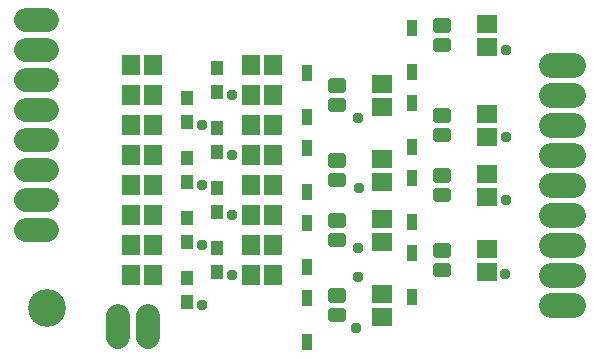
<source format=gbr>
G04 EAGLE Gerber RS-274X export*
G75*
%MOMM*%
%FSLAX34Y34*%
%LPD*%
%INSoldermask Top*%
%IPPOS*%
%AMOC8*
5,1,8,0,0,1.08239X$1,22.5*%
G01*
%ADD10C,0.701791*%
%ADD11R,0.903200X1.403200*%
%ADD12R,1.003200X1.203200*%
%ADD13C,2.082800*%
%ADD14R,1.503200X1.703200*%
%ADD15R,1.703200X1.503200*%
%ADD16C,2.003200*%
%ADD17C,3.203200*%
%ADD18C,0.959600*%

G36*
X411191Y523832D02*
X411191Y523832D01*
X411198Y523837D01*
X411202Y523833D01*
X411584Y523924D01*
X411588Y523929D01*
X411592Y523927D01*
X411954Y524077D01*
X411957Y524082D01*
X411961Y524080D01*
X412295Y524285D01*
X412297Y524290D01*
X412301Y524290D01*
X412600Y524545D01*
X412601Y524550D01*
X412605Y524550D01*
X412860Y524849D01*
X412861Y524855D01*
X412865Y524855D01*
X413070Y525189D01*
X413069Y525195D01*
X413074Y525196D01*
X413224Y525558D01*
X413223Y525560D01*
X413224Y525560D01*
X413222Y525563D01*
X413222Y525564D01*
X413226Y525566D01*
X413317Y525948D01*
X413315Y525953D01*
X413317Y525954D01*
X413318Y525955D01*
X413349Y526346D01*
X413347Y526349D01*
X413349Y526350D01*
X413349Y531850D01*
X413347Y531852D01*
X413349Y531854D01*
X413318Y532245D01*
X413314Y532249D01*
X413317Y532252D01*
X413226Y532634D01*
X413221Y532638D01*
X413224Y532642D01*
X413074Y533004D01*
X413068Y533007D01*
X413070Y533011D01*
X412865Y533345D01*
X412860Y533347D01*
X412860Y533351D01*
X412605Y533650D01*
X412600Y533651D01*
X412600Y533655D01*
X412301Y533910D01*
X412295Y533911D01*
X412295Y533915D01*
X411961Y534120D01*
X411955Y534119D01*
X411954Y534124D01*
X411592Y534274D01*
X411586Y534272D01*
X411584Y534276D01*
X411202Y534367D01*
X411197Y534365D01*
X411195Y534368D01*
X410804Y534399D01*
X410801Y534397D01*
X410800Y534399D01*
X401609Y534368D01*
X401602Y534363D01*
X401598Y534367D01*
X401216Y534276D01*
X401212Y534271D01*
X401208Y534274D01*
X400846Y534124D01*
X400843Y534118D01*
X400839Y534120D01*
X400505Y533915D01*
X400503Y533910D01*
X400499Y533910D01*
X400200Y533655D01*
X400199Y533650D01*
X400195Y533650D01*
X399940Y533351D01*
X399939Y533345D01*
X399935Y533345D01*
X399730Y533011D01*
X399731Y533005D01*
X399727Y533004D01*
X399577Y532642D01*
X399578Y532636D01*
X399574Y532634D01*
X399483Y532252D01*
X399485Y532247D01*
X399482Y532245D01*
X399451Y531854D01*
X399453Y531851D01*
X399451Y531850D01*
X399451Y526350D01*
X399453Y526348D01*
X399451Y526346D01*
X399482Y525955D01*
X399486Y525951D01*
X399483Y525948D01*
X399574Y525566D01*
X399579Y525562D01*
X399577Y525558D01*
X399727Y525196D01*
X399732Y525193D01*
X399730Y525189D01*
X399935Y524855D01*
X399940Y524853D01*
X399940Y524849D01*
X400195Y524550D01*
X400200Y524549D01*
X400200Y524545D01*
X400499Y524290D01*
X400505Y524289D01*
X400505Y524285D01*
X400839Y524080D01*
X400845Y524081D01*
X400846Y524077D01*
X401208Y523927D01*
X401214Y523928D01*
X401216Y523924D01*
X401598Y523833D01*
X401603Y523835D01*
X401605Y523832D01*
X401996Y523801D01*
X401999Y523803D01*
X402000Y523801D01*
X411191Y523832D01*
G37*
G36*
X411191Y507032D02*
X411191Y507032D01*
X411198Y507037D01*
X411202Y507033D01*
X411584Y507124D01*
X411588Y507129D01*
X411592Y507127D01*
X411954Y507277D01*
X411957Y507282D01*
X411961Y507280D01*
X412295Y507485D01*
X412297Y507490D01*
X412301Y507490D01*
X412600Y507745D01*
X412601Y507750D01*
X412605Y507750D01*
X412860Y508049D01*
X412861Y508055D01*
X412865Y508055D01*
X413070Y508389D01*
X413069Y508395D01*
X413074Y508396D01*
X413224Y508758D01*
X413223Y508760D01*
X413224Y508760D01*
X413222Y508763D01*
X413222Y508764D01*
X413226Y508766D01*
X413317Y509148D01*
X413315Y509153D01*
X413317Y509154D01*
X413318Y509155D01*
X413349Y509546D01*
X413347Y509549D01*
X413349Y509550D01*
X413349Y515050D01*
X413347Y515052D01*
X413349Y515054D01*
X413318Y515445D01*
X413314Y515449D01*
X413317Y515452D01*
X413226Y515834D01*
X413221Y515838D01*
X413224Y515842D01*
X413074Y516204D01*
X413068Y516207D01*
X413070Y516211D01*
X412865Y516545D01*
X412860Y516547D01*
X412860Y516551D01*
X412605Y516850D01*
X412600Y516851D01*
X412600Y516855D01*
X412301Y517110D01*
X412295Y517111D01*
X412295Y517115D01*
X411961Y517320D01*
X411955Y517319D01*
X411954Y517324D01*
X411592Y517474D01*
X411586Y517472D01*
X411584Y517476D01*
X411202Y517567D01*
X411197Y517565D01*
X411195Y517568D01*
X410804Y517599D01*
X410801Y517597D01*
X410800Y517599D01*
X401609Y517568D01*
X401602Y517563D01*
X401598Y517567D01*
X401216Y517476D01*
X401212Y517471D01*
X401208Y517474D01*
X400846Y517324D01*
X400843Y517318D01*
X400839Y517320D01*
X400505Y517115D01*
X400503Y517110D01*
X400499Y517110D01*
X400200Y516855D01*
X400199Y516850D01*
X400195Y516850D01*
X399940Y516551D01*
X399939Y516545D01*
X399935Y516545D01*
X399730Y516211D01*
X399731Y516205D01*
X399727Y516204D01*
X399577Y515842D01*
X399578Y515836D01*
X399574Y515834D01*
X399483Y515452D01*
X399485Y515447D01*
X399482Y515445D01*
X399451Y515054D01*
X399453Y515051D01*
X399451Y515050D01*
X399451Y509550D01*
X399453Y509548D01*
X399451Y509546D01*
X399482Y509155D01*
X399486Y509151D01*
X399483Y509148D01*
X399574Y508766D01*
X399579Y508762D01*
X399577Y508758D01*
X399727Y508396D01*
X399732Y508393D01*
X399730Y508389D01*
X399935Y508055D01*
X399940Y508053D01*
X399940Y508049D01*
X400195Y507750D01*
X400200Y507749D01*
X400200Y507745D01*
X400499Y507490D01*
X400505Y507489D01*
X400505Y507485D01*
X400839Y507280D01*
X400845Y507281D01*
X400846Y507277D01*
X401208Y507127D01*
X401214Y507128D01*
X401216Y507124D01*
X401598Y507033D01*
X401603Y507035D01*
X401605Y507032D01*
X401996Y507001D01*
X401999Y507003D01*
X402000Y507001D01*
X411191Y507032D01*
G37*
G36*
X322291Y473032D02*
X322291Y473032D01*
X322298Y473037D01*
X322302Y473033D01*
X322684Y473124D01*
X322688Y473129D01*
X322692Y473127D01*
X323054Y473277D01*
X323057Y473282D01*
X323061Y473280D01*
X323395Y473485D01*
X323397Y473490D01*
X323401Y473490D01*
X323700Y473745D01*
X323701Y473750D01*
X323705Y473750D01*
X323960Y474049D01*
X323961Y474055D01*
X323965Y474055D01*
X324170Y474389D01*
X324169Y474395D01*
X324174Y474396D01*
X324324Y474758D01*
X324323Y474760D01*
X324324Y474760D01*
X324322Y474763D01*
X324322Y474764D01*
X324326Y474766D01*
X324417Y475148D01*
X324415Y475153D01*
X324417Y475154D01*
X324418Y475155D01*
X324449Y475546D01*
X324447Y475549D01*
X324449Y475550D01*
X324449Y481050D01*
X324447Y481052D01*
X324449Y481054D01*
X324418Y481445D01*
X324414Y481449D01*
X324417Y481452D01*
X324326Y481834D01*
X324321Y481838D01*
X324324Y481842D01*
X324174Y482204D01*
X324168Y482207D01*
X324170Y482211D01*
X323965Y482545D01*
X323960Y482547D01*
X323960Y482551D01*
X323705Y482850D01*
X323700Y482851D01*
X323700Y482855D01*
X323401Y483110D01*
X323395Y483111D01*
X323395Y483115D01*
X323061Y483320D01*
X323055Y483319D01*
X323054Y483324D01*
X322692Y483474D01*
X322686Y483472D01*
X322684Y483476D01*
X322302Y483567D01*
X322297Y483565D01*
X322295Y483568D01*
X321904Y483599D01*
X321901Y483597D01*
X321900Y483599D01*
X312709Y483568D01*
X312702Y483563D01*
X312698Y483567D01*
X312316Y483476D01*
X312312Y483471D01*
X312308Y483474D01*
X311946Y483324D01*
X311943Y483318D01*
X311939Y483320D01*
X311605Y483115D01*
X311603Y483110D01*
X311599Y483110D01*
X311300Y482855D01*
X311299Y482850D01*
X311295Y482850D01*
X311040Y482551D01*
X311039Y482545D01*
X311035Y482545D01*
X310830Y482211D01*
X310831Y482205D01*
X310827Y482204D01*
X310677Y481842D01*
X310678Y481836D01*
X310674Y481834D01*
X310583Y481452D01*
X310585Y481447D01*
X310582Y481445D01*
X310551Y481054D01*
X310553Y481051D01*
X310551Y481050D01*
X310551Y475550D01*
X310553Y475548D01*
X310551Y475546D01*
X310582Y475155D01*
X310586Y475151D01*
X310583Y475148D01*
X310674Y474766D01*
X310679Y474762D01*
X310677Y474758D01*
X310827Y474396D01*
X310832Y474393D01*
X310830Y474389D01*
X311035Y474055D01*
X311040Y474053D01*
X311040Y474049D01*
X311295Y473750D01*
X311300Y473749D01*
X311300Y473745D01*
X311599Y473490D01*
X311605Y473489D01*
X311605Y473485D01*
X311939Y473280D01*
X311945Y473281D01*
X311946Y473277D01*
X312308Y473127D01*
X312314Y473128D01*
X312316Y473124D01*
X312698Y473033D01*
X312703Y473035D01*
X312705Y473032D01*
X313096Y473001D01*
X313099Y473003D01*
X313100Y473001D01*
X322291Y473032D01*
G37*
G36*
X322291Y456232D02*
X322291Y456232D01*
X322298Y456237D01*
X322302Y456233D01*
X322684Y456324D01*
X322688Y456329D01*
X322692Y456327D01*
X323054Y456477D01*
X323057Y456482D01*
X323061Y456480D01*
X323395Y456685D01*
X323397Y456690D01*
X323401Y456690D01*
X323700Y456945D01*
X323701Y456950D01*
X323705Y456950D01*
X323960Y457249D01*
X323961Y457255D01*
X323965Y457255D01*
X324170Y457589D01*
X324169Y457595D01*
X324174Y457596D01*
X324324Y457958D01*
X324323Y457960D01*
X324324Y457960D01*
X324322Y457963D01*
X324322Y457964D01*
X324326Y457966D01*
X324417Y458348D01*
X324415Y458353D01*
X324417Y458354D01*
X324418Y458355D01*
X324449Y458746D01*
X324447Y458749D01*
X324449Y458750D01*
X324449Y464250D01*
X324447Y464252D01*
X324449Y464254D01*
X324418Y464645D01*
X324414Y464649D01*
X324417Y464652D01*
X324326Y465034D01*
X324321Y465038D01*
X324324Y465042D01*
X324174Y465404D01*
X324168Y465407D01*
X324170Y465411D01*
X323965Y465745D01*
X323960Y465747D01*
X323960Y465751D01*
X323705Y466050D01*
X323700Y466051D01*
X323700Y466055D01*
X323401Y466310D01*
X323395Y466311D01*
X323395Y466315D01*
X323061Y466520D01*
X323055Y466519D01*
X323054Y466524D01*
X322692Y466674D01*
X322686Y466672D01*
X322684Y466676D01*
X322302Y466767D01*
X322297Y466765D01*
X322295Y466768D01*
X321904Y466799D01*
X321901Y466797D01*
X321900Y466799D01*
X312709Y466768D01*
X312702Y466763D01*
X312698Y466767D01*
X312316Y466676D01*
X312312Y466671D01*
X312308Y466674D01*
X311946Y466524D01*
X311943Y466518D01*
X311939Y466520D01*
X311605Y466315D01*
X311603Y466310D01*
X311599Y466310D01*
X311300Y466055D01*
X311299Y466050D01*
X311295Y466050D01*
X311040Y465751D01*
X311039Y465745D01*
X311035Y465745D01*
X310830Y465411D01*
X310831Y465405D01*
X310827Y465404D01*
X310677Y465042D01*
X310678Y465036D01*
X310674Y465034D01*
X310583Y464652D01*
X310585Y464647D01*
X310582Y464645D01*
X310551Y464254D01*
X310553Y464251D01*
X310551Y464250D01*
X310551Y458750D01*
X310553Y458748D01*
X310551Y458746D01*
X310582Y458355D01*
X310586Y458351D01*
X310583Y458348D01*
X310674Y457966D01*
X310679Y457962D01*
X310677Y457958D01*
X310827Y457596D01*
X310832Y457593D01*
X310830Y457589D01*
X311035Y457255D01*
X311040Y457253D01*
X311040Y457249D01*
X311295Y456950D01*
X311300Y456949D01*
X311300Y456945D01*
X311599Y456690D01*
X311605Y456689D01*
X311605Y456685D01*
X311939Y456480D01*
X311945Y456481D01*
X311946Y456477D01*
X312308Y456327D01*
X312314Y456328D01*
X312316Y456324D01*
X312698Y456233D01*
X312703Y456235D01*
X312705Y456232D01*
X313096Y456201D01*
X313099Y456203D01*
X313100Y456201D01*
X322291Y456232D01*
G37*
G36*
X411191Y447632D02*
X411191Y447632D01*
X411198Y447637D01*
X411202Y447633D01*
X411584Y447724D01*
X411588Y447729D01*
X411592Y447727D01*
X411954Y447877D01*
X411957Y447882D01*
X411961Y447880D01*
X412295Y448085D01*
X412297Y448090D01*
X412301Y448090D01*
X412600Y448345D01*
X412601Y448350D01*
X412605Y448350D01*
X412860Y448649D01*
X412861Y448655D01*
X412865Y448655D01*
X413070Y448989D01*
X413069Y448995D01*
X413074Y448996D01*
X413224Y449358D01*
X413223Y449360D01*
X413224Y449360D01*
X413222Y449363D01*
X413222Y449364D01*
X413226Y449366D01*
X413317Y449748D01*
X413315Y449753D01*
X413317Y449754D01*
X413318Y449755D01*
X413349Y450146D01*
X413347Y450149D01*
X413349Y450150D01*
X413349Y455650D01*
X413347Y455652D01*
X413349Y455654D01*
X413318Y456045D01*
X413314Y456049D01*
X413317Y456052D01*
X413226Y456434D01*
X413221Y456438D01*
X413224Y456442D01*
X413074Y456804D01*
X413068Y456807D01*
X413070Y456811D01*
X412865Y457145D01*
X412860Y457147D01*
X412860Y457151D01*
X412605Y457450D01*
X412600Y457451D01*
X412600Y457455D01*
X412301Y457710D01*
X412295Y457711D01*
X412295Y457715D01*
X411961Y457920D01*
X411955Y457919D01*
X411954Y457924D01*
X411592Y458074D01*
X411586Y458072D01*
X411584Y458076D01*
X411202Y458167D01*
X411197Y458165D01*
X411195Y458168D01*
X410804Y458199D01*
X410801Y458197D01*
X410800Y458199D01*
X401609Y458168D01*
X401602Y458163D01*
X401598Y458167D01*
X401216Y458076D01*
X401212Y458071D01*
X401208Y458074D01*
X400846Y457924D01*
X400843Y457918D01*
X400839Y457920D01*
X400505Y457715D01*
X400503Y457710D01*
X400499Y457710D01*
X400200Y457455D01*
X400199Y457450D01*
X400195Y457450D01*
X399940Y457151D01*
X399939Y457145D01*
X399935Y457145D01*
X399730Y456811D01*
X399731Y456805D01*
X399727Y456804D01*
X399577Y456442D01*
X399578Y456436D01*
X399574Y456434D01*
X399483Y456052D01*
X399485Y456047D01*
X399482Y456045D01*
X399451Y455654D01*
X399453Y455651D01*
X399451Y455650D01*
X399451Y450150D01*
X399453Y450148D01*
X399451Y450146D01*
X399482Y449755D01*
X399486Y449751D01*
X399483Y449748D01*
X399574Y449366D01*
X399579Y449362D01*
X399577Y449358D01*
X399727Y448996D01*
X399732Y448993D01*
X399730Y448989D01*
X399935Y448655D01*
X399940Y448653D01*
X399940Y448649D01*
X400195Y448350D01*
X400200Y448349D01*
X400200Y448345D01*
X400499Y448090D01*
X400505Y448089D01*
X400505Y448085D01*
X400839Y447880D01*
X400845Y447881D01*
X400846Y447877D01*
X401208Y447727D01*
X401214Y447728D01*
X401216Y447724D01*
X401598Y447633D01*
X401603Y447635D01*
X401605Y447632D01*
X401996Y447601D01*
X401999Y447603D01*
X402000Y447601D01*
X411191Y447632D01*
G37*
G36*
X411191Y430832D02*
X411191Y430832D01*
X411198Y430837D01*
X411202Y430833D01*
X411584Y430924D01*
X411588Y430929D01*
X411592Y430927D01*
X411954Y431077D01*
X411957Y431082D01*
X411961Y431080D01*
X412295Y431285D01*
X412297Y431290D01*
X412301Y431290D01*
X412600Y431545D01*
X412601Y431550D01*
X412605Y431550D01*
X412860Y431849D01*
X412861Y431855D01*
X412865Y431855D01*
X413070Y432189D01*
X413069Y432195D01*
X413074Y432196D01*
X413224Y432558D01*
X413223Y432560D01*
X413224Y432560D01*
X413222Y432563D01*
X413222Y432564D01*
X413226Y432566D01*
X413317Y432948D01*
X413315Y432953D01*
X413317Y432954D01*
X413318Y432955D01*
X413349Y433346D01*
X413347Y433349D01*
X413349Y433350D01*
X413349Y438850D01*
X413347Y438852D01*
X413349Y438854D01*
X413318Y439245D01*
X413314Y439249D01*
X413317Y439252D01*
X413226Y439634D01*
X413221Y439638D01*
X413224Y439642D01*
X413074Y440004D01*
X413068Y440007D01*
X413070Y440011D01*
X412865Y440345D01*
X412860Y440347D01*
X412860Y440351D01*
X412605Y440650D01*
X412600Y440651D01*
X412600Y440655D01*
X412301Y440910D01*
X412295Y440911D01*
X412295Y440915D01*
X411961Y441120D01*
X411955Y441119D01*
X411954Y441124D01*
X411592Y441274D01*
X411586Y441272D01*
X411584Y441276D01*
X411202Y441367D01*
X411197Y441365D01*
X411195Y441368D01*
X410804Y441399D01*
X410801Y441397D01*
X410800Y441399D01*
X401609Y441368D01*
X401602Y441363D01*
X401598Y441367D01*
X401216Y441276D01*
X401212Y441271D01*
X401208Y441274D01*
X400846Y441124D01*
X400843Y441118D01*
X400839Y441120D01*
X400505Y440915D01*
X400503Y440910D01*
X400499Y440910D01*
X400200Y440655D01*
X400199Y440650D01*
X400195Y440650D01*
X399940Y440351D01*
X399939Y440345D01*
X399935Y440345D01*
X399730Y440011D01*
X399731Y440005D01*
X399727Y440004D01*
X399577Y439642D01*
X399578Y439636D01*
X399574Y439634D01*
X399483Y439252D01*
X399485Y439247D01*
X399482Y439245D01*
X399451Y438854D01*
X399453Y438851D01*
X399451Y438850D01*
X399451Y433350D01*
X399453Y433348D01*
X399451Y433346D01*
X399482Y432955D01*
X399486Y432951D01*
X399483Y432948D01*
X399574Y432566D01*
X399579Y432562D01*
X399577Y432558D01*
X399727Y432196D01*
X399732Y432193D01*
X399730Y432189D01*
X399935Y431855D01*
X399940Y431853D01*
X399940Y431849D01*
X400195Y431550D01*
X400200Y431549D01*
X400200Y431545D01*
X400499Y431290D01*
X400505Y431289D01*
X400505Y431285D01*
X400839Y431080D01*
X400845Y431081D01*
X400846Y431077D01*
X401208Y430927D01*
X401214Y430928D01*
X401216Y430924D01*
X401598Y430833D01*
X401603Y430835D01*
X401605Y430832D01*
X401996Y430801D01*
X401999Y430803D01*
X402000Y430801D01*
X411191Y430832D01*
G37*
G36*
X322291Y409532D02*
X322291Y409532D01*
X322298Y409537D01*
X322302Y409533D01*
X322684Y409624D01*
X322688Y409629D01*
X322692Y409627D01*
X323054Y409777D01*
X323057Y409782D01*
X323061Y409780D01*
X323395Y409985D01*
X323397Y409990D01*
X323401Y409990D01*
X323700Y410245D01*
X323701Y410250D01*
X323705Y410250D01*
X323960Y410549D01*
X323961Y410555D01*
X323965Y410555D01*
X324170Y410889D01*
X324169Y410895D01*
X324174Y410896D01*
X324324Y411258D01*
X324323Y411260D01*
X324324Y411260D01*
X324322Y411263D01*
X324322Y411264D01*
X324326Y411266D01*
X324417Y411648D01*
X324415Y411653D01*
X324417Y411654D01*
X324418Y411655D01*
X324449Y412046D01*
X324447Y412049D01*
X324449Y412050D01*
X324449Y417550D01*
X324447Y417552D01*
X324449Y417554D01*
X324418Y417945D01*
X324414Y417949D01*
X324417Y417952D01*
X324326Y418334D01*
X324321Y418338D01*
X324324Y418342D01*
X324174Y418704D01*
X324168Y418707D01*
X324170Y418711D01*
X323965Y419045D01*
X323960Y419047D01*
X323960Y419051D01*
X323705Y419350D01*
X323700Y419351D01*
X323700Y419355D01*
X323401Y419610D01*
X323395Y419611D01*
X323395Y419615D01*
X323061Y419820D01*
X323055Y419819D01*
X323054Y419824D01*
X322692Y419974D01*
X322686Y419972D01*
X322684Y419976D01*
X322302Y420067D01*
X322297Y420065D01*
X322295Y420068D01*
X321904Y420099D01*
X321901Y420097D01*
X321900Y420099D01*
X312709Y420068D01*
X312702Y420063D01*
X312698Y420067D01*
X312316Y419976D01*
X312312Y419971D01*
X312308Y419974D01*
X311946Y419824D01*
X311943Y419818D01*
X311939Y419820D01*
X311605Y419615D01*
X311603Y419610D01*
X311599Y419610D01*
X311300Y419355D01*
X311299Y419350D01*
X311295Y419350D01*
X311040Y419051D01*
X311039Y419045D01*
X311035Y419045D01*
X310830Y418711D01*
X310831Y418705D01*
X310827Y418704D01*
X310677Y418342D01*
X310678Y418336D01*
X310674Y418334D01*
X310583Y417952D01*
X310585Y417947D01*
X310582Y417945D01*
X310551Y417554D01*
X310553Y417551D01*
X310551Y417550D01*
X310551Y412050D01*
X310553Y412048D01*
X310551Y412046D01*
X310582Y411655D01*
X310586Y411651D01*
X310583Y411648D01*
X310674Y411266D01*
X310679Y411262D01*
X310677Y411258D01*
X310827Y410896D01*
X310832Y410893D01*
X310830Y410889D01*
X311035Y410555D01*
X311040Y410553D01*
X311040Y410549D01*
X311295Y410250D01*
X311300Y410249D01*
X311300Y410245D01*
X311599Y409990D01*
X311605Y409989D01*
X311605Y409985D01*
X311939Y409780D01*
X311945Y409781D01*
X311946Y409777D01*
X312308Y409627D01*
X312314Y409628D01*
X312316Y409624D01*
X312698Y409533D01*
X312703Y409535D01*
X312705Y409532D01*
X313096Y409501D01*
X313099Y409503D01*
X313100Y409501D01*
X322291Y409532D01*
G37*
G36*
X411191Y396832D02*
X411191Y396832D01*
X411198Y396837D01*
X411202Y396833D01*
X411584Y396924D01*
X411588Y396929D01*
X411592Y396927D01*
X411954Y397077D01*
X411957Y397082D01*
X411961Y397080D01*
X412295Y397285D01*
X412297Y397290D01*
X412301Y397290D01*
X412600Y397545D01*
X412601Y397550D01*
X412605Y397550D01*
X412860Y397849D01*
X412861Y397855D01*
X412865Y397855D01*
X413070Y398189D01*
X413069Y398195D01*
X413074Y398196D01*
X413224Y398558D01*
X413223Y398560D01*
X413224Y398560D01*
X413222Y398563D01*
X413222Y398564D01*
X413226Y398566D01*
X413317Y398948D01*
X413315Y398953D01*
X413317Y398954D01*
X413318Y398955D01*
X413349Y399346D01*
X413347Y399349D01*
X413349Y399350D01*
X413349Y404850D01*
X413347Y404852D01*
X413349Y404854D01*
X413318Y405245D01*
X413314Y405249D01*
X413317Y405252D01*
X413226Y405634D01*
X413221Y405638D01*
X413224Y405642D01*
X413074Y406004D01*
X413068Y406007D01*
X413070Y406011D01*
X412865Y406345D01*
X412860Y406347D01*
X412860Y406351D01*
X412605Y406650D01*
X412600Y406651D01*
X412600Y406655D01*
X412301Y406910D01*
X412295Y406911D01*
X412295Y406915D01*
X411961Y407120D01*
X411955Y407119D01*
X411954Y407124D01*
X411592Y407274D01*
X411586Y407272D01*
X411584Y407276D01*
X411202Y407367D01*
X411197Y407365D01*
X411195Y407368D01*
X410804Y407399D01*
X410801Y407397D01*
X410800Y407399D01*
X401609Y407368D01*
X401602Y407363D01*
X401598Y407367D01*
X401216Y407276D01*
X401212Y407271D01*
X401208Y407274D01*
X400846Y407124D01*
X400843Y407118D01*
X400839Y407120D01*
X400505Y406915D01*
X400503Y406910D01*
X400499Y406910D01*
X400200Y406655D01*
X400199Y406650D01*
X400195Y406650D01*
X399940Y406351D01*
X399939Y406345D01*
X399935Y406345D01*
X399730Y406011D01*
X399731Y406005D01*
X399727Y406004D01*
X399577Y405642D01*
X399578Y405636D01*
X399574Y405634D01*
X399483Y405252D01*
X399485Y405247D01*
X399482Y405245D01*
X399451Y404854D01*
X399453Y404851D01*
X399451Y404850D01*
X399451Y399350D01*
X399453Y399348D01*
X399451Y399346D01*
X399482Y398955D01*
X399486Y398951D01*
X399483Y398948D01*
X399574Y398566D01*
X399579Y398562D01*
X399577Y398558D01*
X399727Y398196D01*
X399732Y398193D01*
X399730Y398189D01*
X399935Y397855D01*
X399940Y397853D01*
X399940Y397849D01*
X400195Y397550D01*
X400200Y397549D01*
X400200Y397545D01*
X400499Y397290D01*
X400505Y397289D01*
X400505Y397285D01*
X400839Y397080D01*
X400845Y397081D01*
X400846Y397077D01*
X401208Y396927D01*
X401214Y396928D01*
X401216Y396924D01*
X401598Y396833D01*
X401603Y396835D01*
X401605Y396832D01*
X401996Y396801D01*
X401999Y396803D01*
X402000Y396801D01*
X411191Y396832D01*
G37*
G36*
X322291Y392732D02*
X322291Y392732D01*
X322298Y392737D01*
X322302Y392733D01*
X322684Y392824D01*
X322688Y392829D01*
X322692Y392827D01*
X323054Y392977D01*
X323057Y392982D01*
X323061Y392980D01*
X323395Y393185D01*
X323397Y393190D01*
X323401Y393190D01*
X323700Y393445D01*
X323701Y393450D01*
X323705Y393450D01*
X323960Y393749D01*
X323961Y393755D01*
X323965Y393755D01*
X324170Y394089D01*
X324169Y394095D01*
X324174Y394096D01*
X324324Y394458D01*
X324323Y394460D01*
X324324Y394460D01*
X324322Y394463D01*
X324322Y394464D01*
X324326Y394466D01*
X324417Y394848D01*
X324415Y394853D01*
X324417Y394854D01*
X324418Y394855D01*
X324449Y395246D01*
X324447Y395249D01*
X324449Y395250D01*
X324449Y400750D01*
X324447Y400752D01*
X324449Y400754D01*
X324418Y401145D01*
X324414Y401149D01*
X324417Y401152D01*
X324326Y401534D01*
X324321Y401538D01*
X324324Y401542D01*
X324174Y401904D01*
X324168Y401907D01*
X324170Y401911D01*
X323965Y402245D01*
X323960Y402247D01*
X323960Y402251D01*
X323705Y402550D01*
X323700Y402551D01*
X323700Y402555D01*
X323401Y402810D01*
X323395Y402811D01*
X323395Y402815D01*
X323061Y403020D01*
X323055Y403019D01*
X323054Y403024D01*
X322692Y403174D01*
X322686Y403172D01*
X322684Y403176D01*
X322302Y403267D01*
X322297Y403265D01*
X322295Y403268D01*
X321904Y403299D01*
X321901Y403297D01*
X321900Y403299D01*
X312709Y403268D01*
X312702Y403263D01*
X312698Y403267D01*
X312316Y403176D01*
X312312Y403171D01*
X312308Y403174D01*
X311946Y403024D01*
X311943Y403018D01*
X311939Y403020D01*
X311605Y402815D01*
X311603Y402810D01*
X311599Y402810D01*
X311300Y402555D01*
X311299Y402550D01*
X311295Y402550D01*
X311040Y402251D01*
X311039Y402245D01*
X311035Y402245D01*
X310830Y401911D01*
X310831Y401905D01*
X310827Y401904D01*
X310677Y401542D01*
X310678Y401536D01*
X310674Y401534D01*
X310583Y401152D01*
X310585Y401147D01*
X310582Y401145D01*
X310551Y400754D01*
X310553Y400751D01*
X310551Y400750D01*
X310551Y395250D01*
X310553Y395248D01*
X310551Y395246D01*
X310582Y394855D01*
X310586Y394851D01*
X310583Y394848D01*
X310674Y394466D01*
X310679Y394462D01*
X310677Y394458D01*
X310827Y394096D01*
X310832Y394093D01*
X310830Y394089D01*
X311035Y393755D01*
X311040Y393753D01*
X311040Y393749D01*
X311295Y393450D01*
X311300Y393449D01*
X311300Y393445D01*
X311599Y393190D01*
X311605Y393189D01*
X311605Y393185D01*
X311939Y392980D01*
X311945Y392981D01*
X311946Y392977D01*
X312308Y392827D01*
X312314Y392828D01*
X312316Y392824D01*
X312698Y392733D01*
X312703Y392735D01*
X312705Y392732D01*
X313096Y392701D01*
X313099Y392703D01*
X313100Y392701D01*
X322291Y392732D01*
G37*
G36*
X411191Y380032D02*
X411191Y380032D01*
X411198Y380037D01*
X411202Y380033D01*
X411584Y380124D01*
X411588Y380129D01*
X411592Y380127D01*
X411954Y380277D01*
X411957Y380282D01*
X411961Y380280D01*
X412295Y380485D01*
X412297Y380490D01*
X412301Y380490D01*
X412600Y380745D01*
X412601Y380750D01*
X412605Y380750D01*
X412860Y381049D01*
X412861Y381055D01*
X412865Y381055D01*
X413070Y381389D01*
X413069Y381395D01*
X413074Y381396D01*
X413224Y381758D01*
X413223Y381760D01*
X413224Y381760D01*
X413222Y381763D01*
X413222Y381764D01*
X413226Y381766D01*
X413317Y382148D01*
X413315Y382153D01*
X413317Y382154D01*
X413318Y382155D01*
X413349Y382546D01*
X413347Y382549D01*
X413349Y382550D01*
X413349Y388050D01*
X413347Y388052D01*
X413349Y388054D01*
X413318Y388445D01*
X413314Y388449D01*
X413317Y388452D01*
X413226Y388834D01*
X413221Y388838D01*
X413224Y388842D01*
X413074Y389204D01*
X413068Y389207D01*
X413070Y389211D01*
X412865Y389545D01*
X412860Y389547D01*
X412860Y389551D01*
X412605Y389850D01*
X412600Y389851D01*
X412600Y389855D01*
X412301Y390110D01*
X412295Y390111D01*
X412295Y390115D01*
X411961Y390320D01*
X411955Y390319D01*
X411954Y390324D01*
X411592Y390474D01*
X411586Y390472D01*
X411584Y390476D01*
X411202Y390567D01*
X411197Y390565D01*
X411195Y390568D01*
X410804Y390599D01*
X410801Y390597D01*
X410800Y390599D01*
X401609Y390568D01*
X401602Y390563D01*
X401598Y390567D01*
X401216Y390476D01*
X401212Y390471D01*
X401208Y390474D01*
X400846Y390324D01*
X400843Y390318D01*
X400839Y390320D01*
X400505Y390115D01*
X400503Y390110D01*
X400499Y390110D01*
X400200Y389855D01*
X400199Y389850D01*
X400195Y389850D01*
X399940Y389551D01*
X399939Y389545D01*
X399935Y389545D01*
X399730Y389211D01*
X399731Y389205D01*
X399727Y389204D01*
X399577Y388842D01*
X399578Y388836D01*
X399574Y388834D01*
X399483Y388452D01*
X399485Y388447D01*
X399482Y388445D01*
X399451Y388054D01*
X399453Y388051D01*
X399451Y388050D01*
X399451Y382550D01*
X399453Y382548D01*
X399451Y382546D01*
X399482Y382155D01*
X399486Y382151D01*
X399483Y382148D01*
X399574Y381766D01*
X399579Y381762D01*
X399577Y381758D01*
X399727Y381396D01*
X399732Y381393D01*
X399730Y381389D01*
X399935Y381055D01*
X399940Y381053D01*
X399940Y381049D01*
X400195Y380750D01*
X400200Y380749D01*
X400200Y380745D01*
X400499Y380490D01*
X400505Y380489D01*
X400505Y380485D01*
X400839Y380280D01*
X400845Y380281D01*
X400846Y380277D01*
X401208Y380127D01*
X401214Y380128D01*
X401216Y380124D01*
X401598Y380033D01*
X401603Y380035D01*
X401605Y380032D01*
X401996Y380001D01*
X401999Y380003D01*
X402000Y380001D01*
X411191Y380032D01*
G37*
G36*
X322291Y358732D02*
X322291Y358732D01*
X322298Y358737D01*
X322302Y358733D01*
X322684Y358824D01*
X322688Y358829D01*
X322692Y358827D01*
X323054Y358977D01*
X323057Y358982D01*
X323061Y358980D01*
X323395Y359185D01*
X323397Y359190D01*
X323401Y359190D01*
X323700Y359445D01*
X323701Y359450D01*
X323705Y359450D01*
X323960Y359749D01*
X323961Y359755D01*
X323965Y359755D01*
X324170Y360089D01*
X324169Y360095D01*
X324174Y360096D01*
X324324Y360458D01*
X324323Y360460D01*
X324324Y360460D01*
X324322Y360463D01*
X324322Y360464D01*
X324326Y360466D01*
X324417Y360848D01*
X324415Y360853D01*
X324417Y360854D01*
X324418Y360855D01*
X324449Y361246D01*
X324447Y361249D01*
X324449Y361250D01*
X324449Y366750D01*
X324447Y366752D01*
X324449Y366754D01*
X324418Y367145D01*
X324414Y367149D01*
X324417Y367152D01*
X324326Y367534D01*
X324321Y367538D01*
X324324Y367542D01*
X324174Y367904D01*
X324168Y367907D01*
X324170Y367911D01*
X323965Y368245D01*
X323960Y368247D01*
X323960Y368251D01*
X323705Y368550D01*
X323700Y368551D01*
X323700Y368555D01*
X323401Y368810D01*
X323395Y368811D01*
X323395Y368815D01*
X323061Y369020D01*
X323055Y369019D01*
X323054Y369024D01*
X322692Y369174D01*
X322686Y369172D01*
X322684Y369176D01*
X322302Y369267D01*
X322297Y369265D01*
X322295Y369268D01*
X321904Y369299D01*
X321901Y369297D01*
X321900Y369299D01*
X312709Y369268D01*
X312702Y369263D01*
X312698Y369267D01*
X312316Y369176D01*
X312312Y369171D01*
X312308Y369174D01*
X311946Y369024D01*
X311943Y369018D01*
X311939Y369020D01*
X311605Y368815D01*
X311603Y368810D01*
X311599Y368810D01*
X311300Y368555D01*
X311299Y368550D01*
X311295Y368550D01*
X311040Y368251D01*
X311039Y368245D01*
X311035Y368245D01*
X310830Y367911D01*
X310831Y367905D01*
X310827Y367904D01*
X310677Y367542D01*
X310678Y367536D01*
X310674Y367534D01*
X310583Y367152D01*
X310585Y367147D01*
X310582Y367145D01*
X310551Y366754D01*
X310553Y366751D01*
X310551Y366750D01*
X310551Y361250D01*
X310553Y361248D01*
X310551Y361246D01*
X310582Y360855D01*
X310586Y360851D01*
X310583Y360848D01*
X310674Y360466D01*
X310679Y360462D01*
X310677Y360458D01*
X310827Y360096D01*
X310832Y360093D01*
X310830Y360089D01*
X311035Y359755D01*
X311040Y359753D01*
X311040Y359749D01*
X311295Y359450D01*
X311300Y359449D01*
X311300Y359445D01*
X311599Y359190D01*
X311605Y359189D01*
X311605Y359185D01*
X311939Y358980D01*
X311945Y358981D01*
X311946Y358977D01*
X312308Y358827D01*
X312314Y358828D01*
X312316Y358824D01*
X312698Y358733D01*
X312703Y358735D01*
X312705Y358732D01*
X313096Y358701D01*
X313099Y358703D01*
X313100Y358701D01*
X322291Y358732D01*
G37*
G36*
X322291Y341932D02*
X322291Y341932D01*
X322298Y341937D01*
X322302Y341933D01*
X322684Y342024D01*
X322688Y342029D01*
X322692Y342027D01*
X323054Y342177D01*
X323057Y342182D01*
X323061Y342180D01*
X323395Y342385D01*
X323397Y342390D01*
X323401Y342390D01*
X323700Y342645D01*
X323701Y342650D01*
X323705Y342650D01*
X323960Y342949D01*
X323961Y342955D01*
X323965Y342955D01*
X324170Y343289D01*
X324169Y343295D01*
X324174Y343296D01*
X324324Y343658D01*
X324323Y343660D01*
X324324Y343660D01*
X324322Y343663D01*
X324322Y343664D01*
X324326Y343666D01*
X324417Y344048D01*
X324415Y344053D01*
X324417Y344054D01*
X324418Y344055D01*
X324449Y344446D01*
X324447Y344449D01*
X324449Y344450D01*
X324449Y349950D01*
X324447Y349952D01*
X324449Y349954D01*
X324418Y350345D01*
X324414Y350349D01*
X324417Y350352D01*
X324326Y350734D01*
X324321Y350738D01*
X324324Y350742D01*
X324174Y351104D01*
X324168Y351107D01*
X324170Y351111D01*
X323965Y351445D01*
X323960Y351447D01*
X323960Y351451D01*
X323705Y351750D01*
X323700Y351751D01*
X323700Y351755D01*
X323401Y352010D01*
X323395Y352011D01*
X323395Y352015D01*
X323061Y352220D01*
X323055Y352219D01*
X323054Y352224D01*
X322692Y352374D01*
X322686Y352372D01*
X322684Y352376D01*
X322302Y352467D01*
X322297Y352465D01*
X322295Y352468D01*
X321904Y352499D01*
X321901Y352497D01*
X321900Y352499D01*
X312709Y352468D01*
X312702Y352463D01*
X312698Y352467D01*
X312316Y352376D01*
X312312Y352371D01*
X312308Y352374D01*
X311946Y352224D01*
X311943Y352218D01*
X311939Y352220D01*
X311605Y352015D01*
X311603Y352010D01*
X311599Y352010D01*
X311300Y351755D01*
X311299Y351750D01*
X311295Y351750D01*
X311040Y351451D01*
X311039Y351445D01*
X311035Y351445D01*
X310830Y351111D01*
X310831Y351105D01*
X310827Y351104D01*
X310677Y350742D01*
X310678Y350736D01*
X310674Y350734D01*
X310583Y350352D01*
X310585Y350347D01*
X310582Y350345D01*
X310551Y349954D01*
X310553Y349951D01*
X310551Y349950D01*
X310551Y344450D01*
X310553Y344448D01*
X310551Y344446D01*
X310582Y344055D01*
X310586Y344051D01*
X310583Y344048D01*
X310674Y343666D01*
X310679Y343662D01*
X310677Y343658D01*
X310827Y343296D01*
X310832Y343293D01*
X310830Y343289D01*
X311035Y342955D01*
X311040Y342953D01*
X311040Y342949D01*
X311295Y342650D01*
X311300Y342649D01*
X311300Y342645D01*
X311599Y342390D01*
X311605Y342389D01*
X311605Y342385D01*
X311939Y342180D01*
X311945Y342181D01*
X311946Y342177D01*
X312308Y342027D01*
X312314Y342028D01*
X312316Y342024D01*
X312698Y341933D01*
X312703Y341935D01*
X312705Y341932D01*
X313096Y341901D01*
X313099Y341903D01*
X313100Y341901D01*
X322291Y341932D01*
G37*
G36*
X411191Y333332D02*
X411191Y333332D01*
X411198Y333337D01*
X411202Y333333D01*
X411584Y333424D01*
X411588Y333429D01*
X411592Y333427D01*
X411954Y333577D01*
X411957Y333582D01*
X411961Y333580D01*
X412295Y333785D01*
X412297Y333790D01*
X412301Y333790D01*
X412600Y334045D01*
X412601Y334050D01*
X412605Y334050D01*
X412860Y334349D01*
X412861Y334355D01*
X412865Y334355D01*
X413070Y334689D01*
X413069Y334695D01*
X413074Y334696D01*
X413224Y335058D01*
X413223Y335060D01*
X413224Y335060D01*
X413222Y335063D01*
X413222Y335064D01*
X413226Y335066D01*
X413317Y335448D01*
X413315Y335453D01*
X413317Y335454D01*
X413318Y335455D01*
X413349Y335846D01*
X413347Y335849D01*
X413349Y335850D01*
X413349Y341350D01*
X413347Y341352D01*
X413349Y341354D01*
X413318Y341745D01*
X413314Y341749D01*
X413317Y341752D01*
X413226Y342134D01*
X413221Y342138D01*
X413224Y342142D01*
X413074Y342504D01*
X413068Y342507D01*
X413070Y342511D01*
X412865Y342845D01*
X412860Y342847D01*
X412860Y342851D01*
X412605Y343150D01*
X412600Y343151D01*
X412600Y343155D01*
X412301Y343410D01*
X412295Y343411D01*
X412295Y343415D01*
X411961Y343620D01*
X411955Y343619D01*
X411954Y343624D01*
X411592Y343774D01*
X411586Y343772D01*
X411584Y343776D01*
X411202Y343867D01*
X411197Y343865D01*
X411195Y343868D01*
X410804Y343899D01*
X410801Y343897D01*
X410800Y343899D01*
X401609Y343868D01*
X401602Y343863D01*
X401598Y343867D01*
X401216Y343776D01*
X401212Y343771D01*
X401208Y343774D01*
X400846Y343624D01*
X400843Y343618D01*
X400839Y343620D01*
X400505Y343415D01*
X400503Y343410D01*
X400499Y343410D01*
X400200Y343155D01*
X400199Y343150D01*
X400195Y343150D01*
X399940Y342851D01*
X399939Y342845D01*
X399935Y342845D01*
X399730Y342511D01*
X399731Y342505D01*
X399727Y342504D01*
X399577Y342142D01*
X399578Y342136D01*
X399574Y342134D01*
X399483Y341752D01*
X399485Y341747D01*
X399482Y341745D01*
X399451Y341354D01*
X399453Y341351D01*
X399451Y341350D01*
X399451Y335850D01*
X399453Y335848D01*
X399451Y335846D01*
X399482Y335455D01*
X399486Y335451D01*
X399483Y335448D01*
X399574Y335066D01*
X399579Y335062D01*
X399577Y335058D01*
X399727Y334696D01*
X399732Y334693D01*
X399730Y334689D01*
X399935Y334355D01*
X399940Y334353D01*
X399940Y334349D01*
X400195Y334050D01*
X400200Y334049D01*
X400200Y334045D01*
X400499Y333790D01*
X400505Y333789D01*
X400505Y333785D01*
X400839Y333580D01*
X400845Y333581D01*
X400846Y333577D01*
X401208Y333427D01*
X401214Y333428D01*
X401216Y333424D01*
X401598Y333333D01*
X401603Y333335D01*
X401605Y333332D01*
X401996Y333301D01*
X401999Y333303D01*
X402000Y333301D01*
X411191Y333332D01*
G37*
G36*
X411191Y316532D02*
X411191Y316532D01*
X411198Y316537D01*
X411202Y316533D01*
X411584Y316624D01*
X411588Y316629D01*
X411592Y316627D01*
X411954Y316777D01*
X411957Y316782D01*
X411961Y316780D01*
X412295Y316985D01*
X412297Y316990D01*
X412301Y316990D01*
X412600Y317245D01*
X412601Y317250D01*
X412605Y317250D01*
X412860Y317549D01*
X412861Y317555D01*
X412865Y317555D01*
X413070Y317889D01*
X413069Y317895D01*
X413074Y317896D01*
X413224Y318258D01*
X413223Y318260D01*
X413224Y318260D01*
X413222Y318263D01*
X413222Y318264D01*
X413226Y318266D01*
X413317Y318648D01*
X413315Y318653D01*
X413317Y318654D01*
X413318Y318655D01*
X413349Y319046D01*
X413347Y319049D01*
X413349Y319050D01*
X413349Y324550D01*
X413347Y324552D01*
X413349Y324554D01*
X413318Y324945D01*
X413314Y324949D01*
X413317Y324952D01*
X413226Y325334D01*
X413221Y325338D01*
X413224Y325342D01*
X413074Y325704D01*
X413068Y325707D01*
X413070Y325711D01*
X412865Y326045D01*
X412860Y326047D01*
X412860Y326051D01*
X412605Y326350D01*
X412600Y326351D01*
X412600Y326355D01*
X412301Y326610D01*
X412295Y326611D01*
X412295Y326615D01*
X411961Y326820D01*
X411955Y326819D01*
X411954Y326824D01*
X411592Y326974D01*
X411586Y326972D01*
X411584Y326976D01*
X411202Y327067D01*
X411197Y327065D01*
X411195Y327068D01*
X410804Y327099D01*
X410801Y327097D01*
X410800Y327099D01*
X401609Y327068D01*
X401602Y327063D01*
X401598Y327067D01*
X401216Y326976D01*
X401212Y326971D01*
X401208Y326974D01*
X400846Y326824D01*
X400843Y326818D01*
X400839Y326820D01*
X400505Y326615D01*
X400503Y326610D01*
X400499Y326610D01*
X400200Y326355D01*
X400199Y326350D01*
X400195Y326350D01*
X399940Y326051D01*
X399939Y326045D01*
X399935Y326045D01*
X399730Y325711D01*
X399731Y325705D01*
X399727Y325704D01*
X399577Y325342D01*
X399578Y325336D01*
X399574Y325334D01*
X399483Y324952D01*
X399485Y324947D01*
X399482Y324945D01*
X399451Y324554D01*
X399453Y324551D01*
X399451Y324550D01*
X399451Y319050D01*
X399453Y319048D01*
X399451Y319046D01*
X399482Y318655D01*
X399486Y318651D01*
X399483Y318648D01*
X399574Y318266D01*
X399579Y318262D01*
X399577Y318258D01*
X399727Y317896D01*
X399732Y317893D01*
X399730Y317889D01*
X399935Y317555D01*
X399940Y317553D01*
X399940Y317549D01*
X400195Y317250D01*
X400200Y317249D01*
X400200Y317245D01*
X400499Y316990D01*
X400505Y316989D01*
X400505Y316985D01*
X400839Y316780D01*
X400845Y316781D01*
X400846Y316777D01*
X401208Y316627D01*
X401214Y316628D01*
X401216Y316624D01*
X401598Y316533D01*
X401603Y316535D01*
X401605Y316532D01*
X401996Y316501D01*
X401999Y316503D01*
X402000Y316501D01*
X411191Y316532D01*
G37*
G36*
X322291Y295232D02*
X322291Y295232D01*
X322298Y295237D01*
X322302Y295233D01*
X322684Y295324D01*
X322688Y295329D01*
X322692Y295327D01*
X323054Y295477D01*
X323057Y295482D01*
X323061Y295480D01*
X323395Y295685D01*
X323397Y295690D01*
X323401Y295690D01*
X323700Y295945D01*
X323701Y295950D01*
X323705Y295950D01*
X323960Y296249D01*
X323961Y296255D01*
X323965Y296255D01*
X324170Y296589D01*
X324169Y296595D01*
X324174Y296596D01*
X324324Y296958D01*
X324323Y296960D01*
X324324Y296960D01*
X324322Y296963D01*
X324322Y296964D01*
X324326Y296966D01*
X324417Y297348D01*
X324415Y297353D01*
X324417Y297354D01*
X324418Y297355D01*
X324449Y297746D01*
X324447Y297749D01*
X324449Y297750D01*
X324449Y303250D01*
X324447Y303252D01*
X324449Y303254D01*
X324418Y303645D01*
X324414Y303649D01*
X324417Y303652D01*
X324326Y304034D01*
X324321Y304038D01*
X324324Y304042D01*
X324174Y304404D01*
X324168Y304407D01*
X324170Y304411D01*
X323965Y304745D01*
X323960Y304747D01*
X323960Y304751D01*
X323705Y305050D01*
X323700Y305051D01*
X323700Y305055D01*
X323401Y305310D01*
X323395Y305311D01*
X323395Y305315D01*
X323061Y305520D01*
X323055Y305519D01*
X323054Y305524D01*
X322692Y305674D01*
X322686Y305672D01*
X322684Y305676D01*
X322302Y305767D01*
X322297Y305765D01*
X322295Y305768D01*
X321904Y305799D01*
X321901Y305797D01*
X321900Y305799D01*
X312709Y305768D01*
X312702Y305763D01*
X312698Y305767D01*
X312316Y305676D01*
X312312Y305671D01*
X312308Y305674D01*
X311946Y305524D01*
X311943Y305518D01*
X311939Y305520D01*
X311605Y305315D01*
X311603Y305310D01*
X311599Y305310D01*
X311300Y305055D01*
X311299Y305050D01*
X311295Y305050D01*
X311040Y304751D01*
X311039Y304745D01*
X311035Y304745D01*
X310830Y304411D01*
X310831Y304405D01*
X310827Y304404D01*
X310677Y304042D01*
X310678Y304036D01*
X310674Y304034D01*
X310583Y303652D01*
X310585Y303647D01*
X310582Y303645D01*
X310551Y303254D01*
X310553Y303251D01*
X310551Y303250D01*
X310551Y297750D01*
X310553Y297748D01*
X310551Y297746D01*
X310582Y297355D01*
X310586Y297351D01*
X310583Y297348D01*
X310674Y296966D01*
X310679Y296962D01*
X310677Y296958D01*
X310827Y296596D01*
X310832Y296593D01*
X310830Y296589D01*
X311035Y296255D01*
X311040Y296253D01*
X311040Y296249D01*
X311295Y295950D01*
X311300Y295949D01*
X311300Y295945D01*
X311599Y295690D01*
X311605Y295689D01*
X311605Y295685D01*
X311939Y295480D01*
X311945Y295481D01*
X311946Y295477D01*
X312308Y295327D01*
X312314Y295328D01*
X312316Y295324D01*
X312698Y295233D01*
X312703Y295235D01*
X312705Y295232D01*
X313096Y295201D01*
X313099Y295203D01*
X313100Y295201D01*
X322291Y295232D01*
G37*
G36*
X322291Y278432D02*
X322291Y278432D01*
X322298Y278437D01*
X322302Y278433D01*
X322684Y278524D01*
X322688Y278529D01*
X322692Y278527D01*
X323054Y278677D01*
X323057Y278682D01*
X323061Y278680D01*
X323395Y278885D01*
X323397Y278890D01*
X323401Y278890D01*
X323700Y279145D01*
X323701Y279150D01*
X323705Y279150D01*
X323960Y279449D01*
X323961Y279455D01*
X323965Y279455D01*
X324170Y279789D01*
X324169Y279795D01*
X324174Y279796D01*
X324324Y280158D01*
X324323Y280160D01*
X324324Y280160D01*
X324322Y280163D01*
X324322Y280164D01*
X324326Y280166D01*
X324417Y280548D01*
X324415Y280553D01*
X324417Y280554D01*
X324418Y280555D01*
X324449Y280946D01*
X324447Y280949D01*
X324449Y280950D01*
X324449Y286450D01*
X324447Y286452D01*
X324449Y286454D01*
X324418Y286845D01*
X324414Y286849D01*
X324417Y286852D01*
X324326Y287234D01*
X324321Y287238D01*
X324324Y287242D01*
X324174Y287604D01*
X324168Y287607D01*
X324170Y287611D01*
X323965Y287945D01*
X323960Y287947D01*
X323960Y287951D01*
X323705Y288250D01*
X323700Y288251D01*
X323700Y288255D01*
X323401Y288510D01*
X323395Y288511D01*
X323395Y288515D01*
X323061Y288720D01*
X323055Y288719D01*
X323054Y288724D01*
X322692Y288874D01*
X322686Y288872D01*
X322684Y288876D01*
X322302Y288967D01*
X322297Y288965D01*
X322295Y288968D01*
X321904Y288999D01*
X321901Y288997D01*
X321900Y288999D01*
X312709Y288968D01*
X312702Y288963D01*
X312698Y288967D01*
X312316Y288876D01*
X312312Y288871D01*
X312308Y288874D01*
X311946Y288724D01*
X311943Y288718D01*
X311939Y288720D01*
X311605Y288515D01*
X311603Y288510D01*
X311599Y288510D01*
X311300Y288255D01*
X311299Y288250D01*
X311295Y288250D01*
X311040Y287951D01*
X311039Y287945D01*
X311035Y287945D01*
X310830Y287611D01*
X310831Y287605D01*
X310827Y287604D01*
X310677Y287242D01*
X310678Y287236D01*
X310674Y287234D01*
X310583Y286852D01*
X310585Y286847D01*
X310582Y286845D01*
X310551Y286454D01*
X310553Y286451D01*
X310551Y286450D01*
X310551Y280950D01*
X310553Y280948D01*
X310551Y280946D01*
X310582Y280555D01*
X310586Y280551D01*
X310583Y280548D01*
X310674Y280166D01*
X310679Y280162D01*
X310677Y280158D01*
X310827Y279796D01*
X310832Y279793D01*
X310830Y279789D01*
X311035Y279455D01*
X311040Y279453D01*
X311040Y279449D01*
X311295Y279150D01*
X311300Y279149D01*
X311300Y279145D01*
X311599Y278890D01*
X311605Y278889D01*
X311605Y278885D01*
X311939Y278680D01*
X311945Y278681D01*
X311946Y278677D01*
X312308Y278527D01*
X312314Y278528D01*
X312316Y278524D01*
X312698Y278433D01*
X312703Y278435D01*
X312705Y278432D01*
X313096Y278401D01*
X313099Y278403D01*
X313100Y278401D01*
X322291Y278432D01*
G37*
D10*
X321907Y303257D02*
X321907Y297743D01*
X313093Y297743D01*
X313093Y303257D01*
X321907Y303257D01*
X313093Y286457D02*
X313093Y280943D01*
X313093Y286457D02*
X321907Y286457D01*
X321907Y280943D01*
X313093Y280943D01*
X410807Y335843D02*
X410807Y341357D01*
X410807Y335843D02*
X401993Y335843D01*
X401993Y341357D01*
X410807Y341357D01*
X401993Y324557D02*
X401993Y319043D01*
X401993Y324557D02*
X410807Y324557D01*
X410807Y319043D01*
X401993Y319043D01*
X321907Y361243D02*
X321907Y366757D01*
X321907Y361243D02*
X313093Y361243D01*
X313093Y366757D01*
X321907Y366757D01*
X313093Y349957D02*
X313093Y344443D01*
X313093Y349957D02*
X321907Y349957D01*
X321907Y344443D01*
X313093Y344443D01*
X410807Y399343D02*
X410807Y404857D01*
X410807Y399343D02*
X401993Y399343D01*
X401993Y404857D01*
X410807Y404857D01*
X401993Y388057D02*
X401993Y382543D01*
X401993Y388057D02*
X410807Y388057D01*
X410807Y382543D01*
X401993Y382543D01*
X321907Y412043D02*
X321907Y417557D01*
X321907Y412043D02*
X313093Y412043D01*
X313093Y417557D01*
X321907Y417557D01*
X313093Y400757D02*
X313093Y395243D01*
X313093Y400757D02*
X321907Y400757D01*
X321907Y395243D01*
X313093Y395243D01*
X410807Y450143D02*
X410807Y455657D01*
X410807Y450143D02*
X401993Y450143D01*
X401993Y455657D01*
X410807Y455657D01*
X401993Y438857D02*
X401993Y433343D01*
X401993Y438857D02*
X410807Y438857D01*
X410807Y433343D01*
X401993Y433343D01*
X321907Y475543D02*
X321907Y481057D01*
X321907Y475543D02*
X313093Y475543D01*
X313093Y481057D01*
X321907Y481057D01*
X313093Y464257D02*
X313093Y458743D01*
X313093Y464257D02*
X321907Y464257D01*
X321907Y458743D01*
X313093Y458743D01*
X410807Y526343D02*
X410807Y531857D01*
X410807Y526343D02*
X401993Y526343D01*
X401993Y531857D01*
X410807Y531857D01*
X401993Y515057D02*
X401993Y509543D01*
X401993Y515057D02*
X410807Y515057D01*
X410807Y509543D01*
X401993Y509543D01*
D11*
X292100Y297900D03*
X292100Y260900D03*
D12*
X190500Y396400D03*
X190500Y416400D03*
D11*
X381000Y463000D03*
X381000Y426000D03*
D12*
X215900Y421800D03*
X215900Y441800D03*
D11*
X292100Y488400D03*
X292100Y451400D03*
D12*
X190500Y447200D03*
X190500Y467200D03*
D11*
X381000Y526500D03*
X381000Y489500D03*
D12*
X215900Y472600D03*
X215900Y492600D03*
X190500Y294800D03*
X190500Y314800D03*
D11*
X381000Y336000D03*
X381000Y299000D03*
D12*
X215900Y320200D03*
X215900Y340200D03*
D11*
X292100Y361400D03*
X292100Y324400D03*
D12*
X190500Y345600D03*
X190500Y365600D03*
D11*
X381000Y399500D03*
X381000Y362500D03*
D12*
X215900Y371000D03*
X215900Y391000D03*
D11*
X292100Y424900D03*
X292100Y387900D03*
D13*
X498602Y495300D02*
X517398Y495300D01*
X517398Y469900D02*
X498602Y469900D01*
X498602Y444500D02*
X517398Y444500D01*
X517398Y419100D02*
X498602Y419100D01*
X498602Y393700D02*
X517398Y393700D01*
X517398Y368300D02*
X498602Y368300D01*
X498602Y342900D02*
X517398Y342900D01*
X517398Y317500D02*
X498602Y317500D01*
X498602Y292100D02*
X517398Y292100D01*
D14*
X142900Y317500D03*
X161900Y317500D03*
X142900Y393700D03*
X161900Y393700D03*
X244500Y393700D03*
X263500Y393700D03*
D15*
X444500Y384200D03*
X444500Y403200D03*
D14*
X142900Y419100D03*
X161900Y419100D03*
X244500Y419100D03*
X263500Y419100D03*
D15*
X355600Y396900D03*
X355600Y415900D03*
D14*
X142900Y444500D03*
X161900Y444500D03*
X244500Y444500D03*
X263500Y444500D03*
D15*
X444500Y435000D03*
X444500Y454000D03*
D14*
X142900Y469900D03*
X161900Y469900D03*
X244500Y317500D03*
X263500Y317500D03*
X244500Y469900D03*
X263500Y469900D03*
D15*
X355600Y460400D03*
X355600Y479400D03*
D14*
X142900Y495300D03*
X161900Y495300D03*
X244500Y495300D03*
X263500Y495300D03*
D15*
X444500Y511200D03*
X444500Y530200D03*
X355600Y282600D03*
X355600Y301600D03*
D14*
X142900Y342900D03*
X161900Y342900D03*
X244500Y342900D03*
X263500Y342900D03*
D15*
X444500Y320700D03*
X444500Y339700D03*
D14*
X142900Y368300D03*
X161900Y368300D03*
X244500Y368300D03*
X263500Y368300D03*
D15*
X355600Y346100D03*
X355600Y365100D03*
D16*
X72500Y533400D02*
X54500Y533400D01*
X54500Y508000D02*
X72500Y508000D01*
X72500Y482600D02*
X54500Y482600D01*
X54500Y457200D02*
X72500Y457200D01*
X72500Y431800D02*
X54500Y431800D01*
X54500Y406400D02*
X72500Y406400D01*
X72500Y381000D02*
X54500Y381000D01*
X54500Y355600D02*
X72500Y355600D01*
X132080Y283320D02*
X132080Y265320D01*
X157480Y265320D02*
X157480Y283320D01*
D17*
X72390Y289560D03*
D18*
X228600Y469900D03*
X203200Y444500D03*
X228600Y419100D03*
X203200Y393700D03*
X228600Y368300D03*
X203200Y342900D03*
X228600Y317500D03*
X203200Y292100D03*
X461010Y508000D03*
X461010Y434340D03*
X461010Y381000D03*
X459740Y318770D03*
X334010Y273050D03*
X335280Y316230D03*
X336550Y391160D03*
X335280Y450850D03*
X335280Y340360D03*
M02*

</source>
